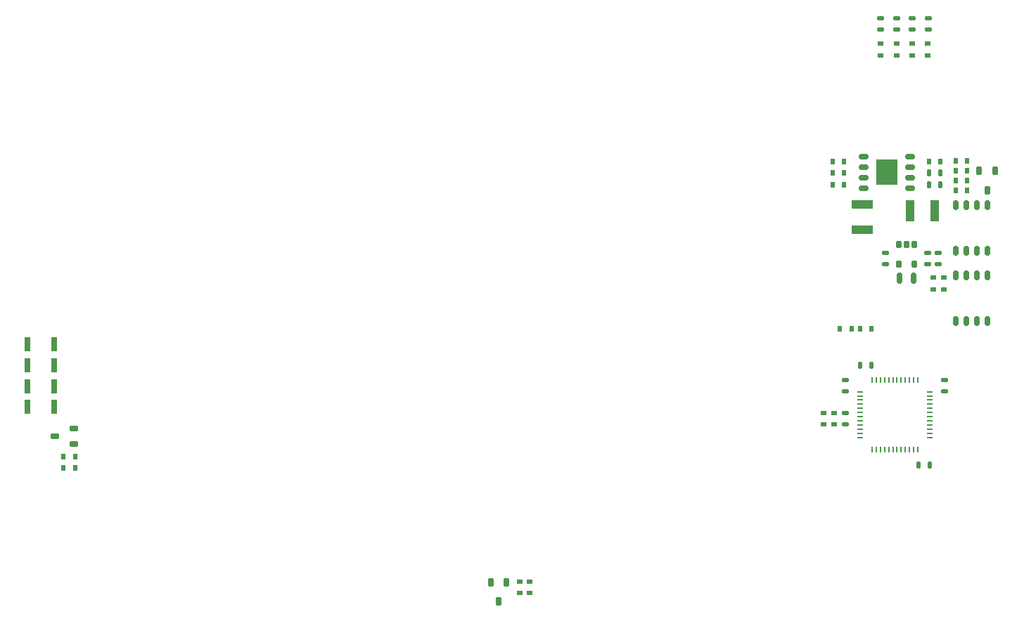
<source format=gtp>
G04*
G04 #@! TF.GenerationSoftware,Altium Limited,Altium Designer,21.6.1 (37)*
G04*
G04 Layer_Color=8421504*
%FSLAX44Y44*%
%MOMM*%
G71*
G04*
G04 #@! TF.SameCoordinates,FD64CF10-ECA6-46B9-A7EF-D48B42129E36*
G04*
G04*
G04 #@! TF.FilePolarity,Positive*
G04*
G01*
G75*
%ADD14R,0.8000X1.7000*%
%ADD15R,0.5000X0.8000*%
G04:AMPARAMS|DCode=16|XSize=0.6mm|YSize=1mm|CornerRadius=0.075mm|HoleSize=0mm|Usage=FLASHONLY|Rotation=90.000|XOffset=0mm|YOffset=0mm|HoleType=Round|Shape=RoundedRectangle|*
%AMROUNDEDRECTD16*
21,1,0.6000,0.8500,0,0,90.0*
21,1,0.4500,1.0000,0,0,90.0*
1,1,0.1500,0.4250,0.2250*
1,1,0.1500,0.4250,-0.2250*
1,1,0.1500,-0.4250,-0.2250*
1,1,0.1500,-0.4250,0.2250*
%
%ADD16ROUNDEDRECTD16*%
G04:AMPARAMS|DCode=17|XSize=0.6mm|YSize=1mm|CornerRadius=0.075mm|HoleSize=0mm|Usage=FLASHONLY|Rotation=180.000|XOffset=0mm|YOffset=0mm|HoleType=Round|Shape=RoundedRectangle|*
%AMROUNDEDRECTD17*
21,1,0.6000,0.8500,0,0,180.0*
21,1,0.4500,1.0000,0,0,180.0*
1,1,0.1500,-0.2250,0.4250*
1,1,0.1500,0.2250,0.4250*
1,1,0.1500,0.2250,-0.4250*
1,1,0.1500,-0.2250,-0.4250*
%
%ADD17ROUNDEDRECTD17*%
%ADD18R,0.8000X0.5000*%
G04:AMPARAMS|DCode=19|XSize=0.5mm|YSize=0.8mm|CornerRadius=0.125mm|HoleSize=0mm|Usage=FLASHONLY|Rotation=270.000|XOffset=0mm|YOffset=0mm|HoleType=Round|Shape=RoundedRectangle|*
%AMROUNDEDRECTD19*
21,1,0.5000,0.5500,0,0,270.0*
21,1,0.2500,0.8000,0,0,270.0*
1,1,0.2500,-0.2750,-0.1250*
1,1,0.2500,-0.2750,0.1250*
1,1,0.2500,0.2750,0.1250*
1,1,0.2500,0.2750,-0.1250*
%
%ADD19ROUNDEDRECTD19*%
G04:AMPARAMS|DCode=20|XSize=1.2mm|YSize=0.6mm|CornerRadius=0.15mm|HoleSize=0mm|Usage=FLASHONLY|Rotation=270.000|XOffset=0mm|YOffset=0mm|HoleType=Round|Shape=RoundedRectangle|*
%AMROUNDEDRECTD20*
21,1,1.2000,0.3000,0,0,270.0*
21,1,0.9000,0.6000,0,0,270.0*
1,1,0.3000,-0.1500,-0.4500*
1,1,0.3000,-0.1500,0.4500*
1,1,0.3000,0.1500,0.4500*
1,1,0.3000,0.1500,-0.4500*
%
%ADD20ROUNDEDRECTD20*%
%ADD21R,2.5000X1.0000*%
G04:AMPARAMS|DCode=22|XSize=2.6mm|YSize=3.1mm|CornerRadius=0.13mm|HoleSize=0mm|Usage=FLASHONLY|Rotation=0.000|XOffset=0mm|YOffset=0mm|HoleType=Round|Shape=RoundedRectangle|*
%AMROUNDEDRECTD22*
21,1,2.6000,2.8400,0,0,0.0*
21,1,2.3400,3.1000,0,0,0.0*
1,1,0.2600,1.1700,-1.4200*
1,1,0.2600,-1.1700,-1.4200*
1,1,0.2600,-1.1700,1.4200*
1,1,0.2600,1.1700,1.4200*
%
%ADD22ROUNDEDRECTD22*%
G04:AMPARAMS|DCode=23|XSize=1.2mm|YSize=0.6mm|CornerRadius=0.15mm|HoleSize=0mm|Usage=FLASHONLY|Rotation=0.000|XOffset=0mm|YOffset=0mm|HoleType=Round|Shape=RoundedRectangle|*
%AMROUNDEDRECTD23*
21,1,1.2000,0.3000,0,0,0.0*
21,1,0.9000,0.6000,0,0,0.0*
1,1,0.3000,0.4500,-0.1500*
1,1,0.3000,-0.4500,-0.1500*
1,1,0.3000,-0.4500,0.1500*
1,1,0.3000,0.4500,0.1500*
%
%ADD23ROUNDEDRECTD23*%
%ADD24R,1.0000X2.5000*%
G04:AMPARAMS|DCode=25|XSize=0.6mm|YSize=1.3mm|CornerRadius=0.15mm|HoleSize=0mm|Usage=FLASHONLY|Rotation=180.000|XOffset=0mm|YOffset=0mm|HoleType=Round|Shape=RoundedRectangle|*
%AMROUNDEDRECTD25*
21,1,0.6000,1.0000,0,0,180.0*
21,1,0.3000,1.3000,0,0,180.0*
1,1,0.3000,-0.1500,0.5000*
1,1,0.3000,0.1500,0.5000*
1,1,0.3000,0.1500,-0.5000*
1,1,0.3000,-0.1500,-0.5000*
%
%ADD25ROUNDEDRECTD25*%
G04:AMPARAMS|DCode=26|XSize=0.6mm|YSize=0.8mm|CornerRadius=0.075mm|HoleSize=0mm|Usage=FLASHONLY|Rotation=180.000|XOffset=0mm|YOffset=0mm|HoleType=Round|Shape=RoundedRectangle|*
%AMROUNDEDRECTD26*
21,1,0.6000,0.6500,0,0,180.0*
21,1,0.4500,0.8000,0,0,180.0*
1,1,0.1500,-0.2250,0.3250*
1,1,0.1500,0.2250,0.3250*
1,1,0.1500,0.2250,-0.3250*
1,1,0.1500,-0.2250,-0.3250*
%
%ADD26ROUNDEDRECTD26*%
G04:AMPARAMS|DCode=27|XSize=0.5mm|YSize=0.8mm|CornerRadius=0.125mm|HoleSize=0mm|Usage=FLASHONLY|Rotation=0.000|XOffset=0mm|YOffset=0mm|HoleType=Round|Shape=RoundedRectangle|*
%AMROUNDEDRECTD27*
21,1,0.5000,0.5500,0,0,0.0*
21,1,0.2500,0.8000,0,0,0.0*
1,1,0.2500,0.1250,-0.2750*
1,1,0.2500,-0.1250,-0.2750*
1,1,0.2500,-0.1250,0.2750*
1,1,0.2500,0.1250,0.2750*
%
%ADD27ROUNDEDRECTD27*%
%ADD28R,0.7500X0.2540*%
%ADD29R,0.2540X0.7500*%
D14*
X147000Y347000D02*
D03*
X115000D02*
D03*
X147000Y321000D02*
D03*
X115000D02*
D03*
X147000Y296000D02*
D03*
X115000D02*
D03*
X147000Y271000D02*
D03*
X115000D02*
D03*
D15*
X158000Y211000D02*
D03*
X172000D02*
D03*
X158187Y197743D02*
D03*
X172187D02*
D03*
X1232000Y532000D02*
D03*
X1246000D02*
D03*
Y544000D02*
D03*
X1232000D02*
D03*
Y556000D02*
D03*
X1246000D02*
D03*
X1214000Y567000D02*
D03*
X1200000D02*
D03*
X1084000Y539000D02*
D03*
X1098000D02*
D03*
X1084000Y553000D02*
D03*
X1098000D02*
D03*
X1084000Y567000D02*
D03*
X1098000D02*
D03*
X1092700Y365000D02*
D03*
X1106700D02*
D03*
X1130700D02*
D03*
X1116700D02*
D03*
X1246000Y568000D02*
D03*
X1232000D02*
D03*
D16*
X170500Y226500D02*
D03*
Y245500D02*
D03*
X147500Y236000D02*
D03*
D17*
X691500Y59500D02*
D03*
X672500D02*
D03*
X682000Y36500D02*
D03*
X1279500Y555500D02*
D03*
X1260500D02*
D03*
X1270000Y532500D02*
D03*
D18*
X719000Y61000D02*
D03*
Y47000D02*
D03*
X707000Y61000D02*
D03*
Y47000D02*
D03*
X1198750Y694919D02*
D03*
Y708919D02*
D03*
X1180095Y694919D02*
D03*
Y708919D02*
D03*
X1161067Y695106D02*
D03*
Y709106D02*
D03*
X1141975Y695116D02*
D03*
Y709116D02*
D03*
X1205000Y427000D02*
D03*
Y413000D02*
D03*
X1218000Y427000D02*
D03*
Y413000D02*
D03*
X1086000Y250000D02*
D03*
Y264000D02*
D03*
X1073000Y250000D02*
D03*
Y264000D02*
D03*
D19*
X1199000Y726000D02*
D03*
Y740000D02*
D03*
X1180000Y726000D02*
D03*
Y740000D02*
D03*
X1161000Y726000D02*
D03*
Y740000D02*
D03*
X1142000Y726000D02*
D03*
Y740000D02*
D03*
X1148000Y457000D02*
D03*
Y443000D02*
D03*
X1198000D02*
D03*
Y457000D02*
D03*
X1211000Y443000D02*
D03*
Y457000D02*
D03*
X1219000Y304000D02*
D03*
Y290000D02*
D03*
X1099000D02*
D03*
Y304000D02*
D03*
X1099000Y264000D02*
D03*
Y250000D02*
D03*
D20*
X1270780Y514500D02*
D03*
X1258080D02*
D03*
X1245380D02*
D03*
X1232680D02*
D03*
Y459500D02*
D03*
X1245380D02*
D03*
X1258080D02*
D03*
X1270780D02*
D03*
Y429500D02*
D03*
X1258080D02*
D03*
X1245380D02*
D03*
X1232680D02*
D03*
Y374500D02*
D03*
X1245380D02*
D03*
X1258080D02*
D03*
X1270780D02*
D03*
D21*
X1120000Y515000D02*
D03*
Y485000D02*
D03*
D22*
X1149000Y554000D02*
D03*
D23*
X1121060Y573050D02*
D03*
Y560350D02*
D03*
Y547650D02*
D03*
Y534950D02*
D03*
X1176940D02*
D03*
Y547650D02*
D03*
Y560350D02*
D03*
Y573050D02*
D03*
D24*
X1177000Y508000D02*
D03*
X1207000D02*
D03*
D25*
X1164250Y426000D02*
D03*
X1181750Y426000D02*
D03*
D26*
X1182500Y443000D02*
D03*
X1163500Y467000D02*
D03*
X1173000D02*
D03*
X1182500D02*
D03*
X1163500Y443000D02*
D03*
D27*
X1201000Y201000D02*
D03*
X1187000D02*
D03*
X1117000Y321000D02*
D03*
X1131000D02*
D03*
X1200000Y553000D02*
D03*
X1214000D02*
D03*
X1200000Y539000D02*
D03*
X1214000D02*
D03*
D28*
X1117000Y289500D02*
D03*
Y284500D02*
D03*
Y279500D02*
D03*
Y274500D02*
D03*
Y269500D02*
D03*
Y264500D02*
D03*
Y259500D02*
D03*
Y254500D02*
D03*
Y249500D02*
D03*
Y244500D02*
D03*
Y239500D02*
D03*
Y234500D02*
D03*
X1201000D02*
D03*
Y239500D02*
D03*
Y244500D02*
D03*
Y249500D02*
D03*
Y254500D02*
D03*
Y259500D02*
D03*
Y264500D02*
D03*
Y269500D02*
D03*
Y274500D02*
D03*
Y279500D02*
D03*
Y284500D02*
D03*
Y289500D02*
D03*
D29*
X1131500Y220000D02*
D03*
X1136500D02*
D03*
X1141500D02*
D03*
X1146500D02*
D03*
X1151500D02*
D03*
X1156500D02*
D03*
X1161500D02*
D03*
X1166500D02*
D03*
X1171500D02*
D03*
X1176500D02*
D03*
X1181500D02*
D03*
X1186500D02*
D03*
X1166500Y304000D02*
D03*
X1171500D02*
D03*
X1176500D02*
D03*
X1181500D02*
D03*
X1156500D02*
D03*
X1151500D02*
D03*
X1146500D02*
D03*
X1161500D02*
D03*
X1186500D02*
D03*
X1141500D02*
D03*
X1131500D02*
D03*
X1136500D02*
D03*
M02*

</source>
